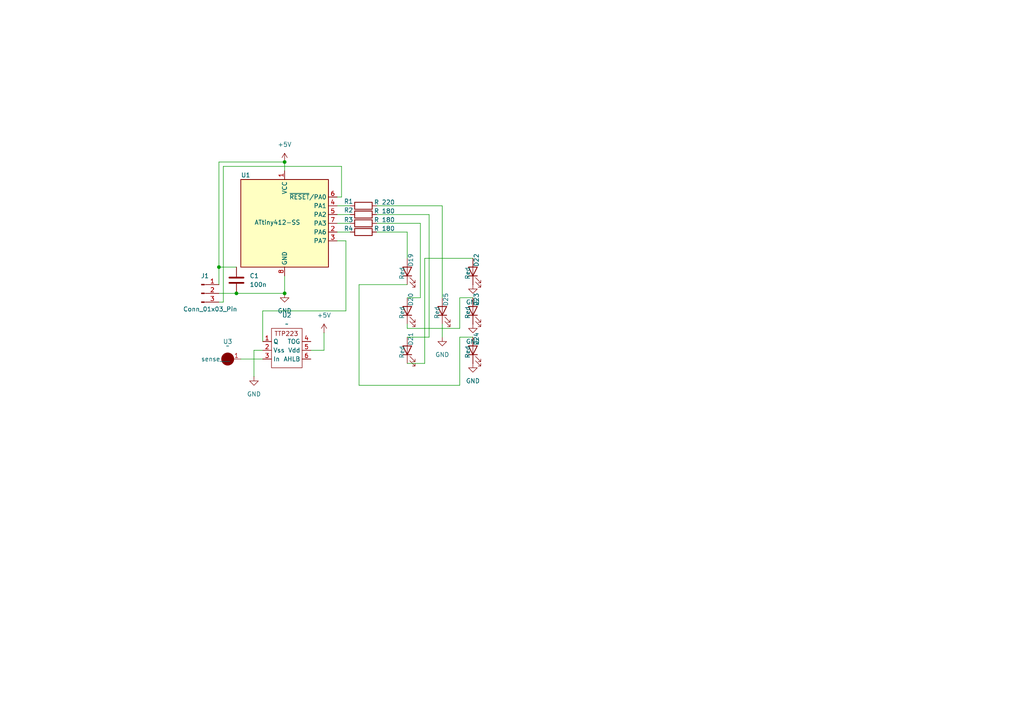
<source format=kicad_sch>
(kicad_sch (version 20231120) (generator "eeschema") (generator_version "8.0")
  (paper "A4")
  (lib_symbols
    (symbol "Connector:Conn_01x03_Pin" (pin_names (offset 1.016) hide)
      (property "Reference" "J" (at 0 5.08 0))
      (property "Value" "Conn_01x03_Pin" (at 0 -5.08 0))
      (symbol "Conn_01x03_Pin_1_1"
        (polyline (pts (xy 1.27 -2.54) (xy 0.8636 -2.54)) (stroke (width 0.1524)))
        (polyline (pts (xy 1.27 0) (xy 0.8636 0)) (stroke (width 0.1524)))
        (polyline (pts (xy 1.27 2.54) (xy 0.8636 2.54)) (stroke (width 0.1524)))
        (rectangle (start 0.8636 -2.413) (end 0 -2.667) (stroke (width 0.1524)) (fill (type outline)))
        (rectangle (start 0.8636 0.127) (end 0 -0.127) (stroke (width 0.1524)) (fill (type outline)))
        (rectangle (start 0.8636 2.667) (end 0 2.413) (stroke (width 0.1524)) (fill (type outline)))
        (pin passive line (at 5.08 2.54 180) (length 3.81) (name "Pin_1") (number "1"))
        (pin passive line (at 5.08 0 180) (length 3.81) (name "Pin_2") (number "2"))
        (pin passive line (at 5.08 -2.54 180) (length 3.81) (name "Pin_3") (number "3"))
      )
    )
    (symbol "Device:C" (pin_numbers hide) (pin_names (offset 0.254))
      (property "Reference" "C" (at 0.635 2.54 0))
      (property "Value" "C" (at 0.635 -2.54 0))
      (symbol "C_0_1"
        (polyline (pts (xy -2.032 -0.762) (xy 2.032 -0.762)) (stroke (width 0.508)))
        (polyline (pts (xy -2.032 0.762) (xy 2.032 0.762)) (stroke (width 0.508)))
      )
      (symbol "C_1_1"
        (pin passive line (at 0 3.81 270) (length 2.794) (name "~") (number "1"))
        (pin passive line (at 0 -3.81 90) (length 2.794) (name "~") (number "2"))
      )
    )
    (symbol "Device:LED" (pin_numbers hide) (pin_names (offset 1.016) hide)
      (property "Reference" "D" (at 0 2.54 0))
      (property "Value" "LED" (at 0 -2.54 0))
      (symbol "LED_0_1"
        (polyline (pts (xy -1.27 -1.27) (xy -1.27 1.27)) (stroke (width 0.254)))
        (polyline (pts (xy -1.27 0) (xy 1.27 0)))
        (polyline (pts (xy 1.27 -1.27) (xy 1.27 1.27) (xy -1.27 0) (xy 1.27 -1.27)) (stroke (width 0.254)))
        (polyline (pts (xy -3.048 -0.762) (xy -4.572 -2.286) (xy -3.81 -2.286) (xy -4.572 -2.286) (xy -4.572 -1.524)))
        (polyline (pts (xy -1.778 -0.762) (xy -3.302 -2.286) (xy -2.54 -2.286) (xy -3.302 -2.286) (xy -3.302 -1.524)))
      )
      (symbol "LED_1_1"
        (pin passive line (at -3.81 0 0) (length 2.54) (name "K") (number "1"))
        (pin passive line (at 3.81 0 180) (length 2.54) (name "A") (number "2"))
      )
    )
    (symbol "Device:R" (pin_numbers hide) (pin_names (offset 0))
      (property "Reference" "R" (at 2.032 0 90))
      (property "Value" "R" (at 0 0 90))
      (symbol "R_0_1"
        (rectangle (start -1.016 -2.54) (end 1.016 2.54) (stroke (width 0.254)))
      )
      (symbol "R_1_1"
        (pin passive line (at 0 3.81 270) (length 1.27) (name "~") (number "1"))
        (pin passive line (at 0 -3.81 90) (length 1.27) (name "~") (number "2"))
      )
    )
    (symbol "MCU_Microchip_ATtiny:ATtiny412-SS"
      (property "Reference" "U" (at -12.7 13.97 0))
      (property "Value" "ATtiny412-SS" (at 2.54 -13.97 0))
      (symbol "ATtiny412-SS_0_1"
        (rectangle (start -12.7 -12.7) (end 12.7 12.7) (stroke (width 0.254)) (fill (type background)))
      )
      (symbol "ATtiny412-SS_1_1"
        (pin power_in line (at 0 15.24 270) (length 2.54) (name "VCC") (number "1"))
        (pin bidirectional line (at 15.24 -2.54 180) (length 2.54) (name "PA6") (number "2"))
        (pin bidirectional line (at 15.24 -5.08 180) (length 2.54) (name "PA7") (number "3"))
        (pin bidirectional line (at 15.24 5.08 180) (length 2.54) (name "PA1") (number "4"))
        (pin bidirectional line (at 15.24 2.54 180) (length 2.54) (name "PA2") (number "5"))
        (pin bidirectional line (at 15.24 7.62 180) (length 2.54) (name "~{RESET}/PA0") (number "6"))
        (pin bidirectional line (at 15.24 0 180) (length 2.54) (name "PA3") (number "7"))
        (pin power_in line (at 0 -15.24 90) (length 2.54) (name "GND") (number "8"))
      )
    )
    (symbol "Own_Library:TP226-PAD"
      (property "Reference" "U" (at 0 0 0))
      (symbol "TP226-PAD_1_1"
        (circle (center 0 -2.54) (radius 1.7961) (fill (type outline)))
        (pin input line (at 3.81 -2.54 180) (length 2.54) (name "sense___") (number "1"))
      )
    )
    (symbol "Own_Library:TTP223"
      (property "Reference" "U" (at 0 1.016 0))
      (symbol "TTP223_0_1"
        (rectangle (start -2.54 0) (end 6.35 -11.43))
      )
      (symbol "TTP223_1_1"
        (text "TTP223" (at 1.778 -1.524 0) (effects (font (size 1.27 1.27))))
        (pin output line (at -5.08 -3.81 0) (length 2.54) (name "Q") (number "1"))
        (pin power_in line (at -5.08 -6.35 0) (length 2.54) (name "Vss") (number "2"))
        (pin input line (at -5.08 -8.89 0) (length 2.54) (name "In") (number "3"))
        (pin input line (at 8.89 -3.81 180) (length 2.54) (name "TOG") (number "4"))
        (pin power_in line (at 8.89 -6.35 180) (length 2.54) (name "Vdd") (number "5"))
        (pin input line (at 8.89 -8.89 180) (length 2.54) (name "AHLB") (number "6"))
      )
    )
    (symbol "power:+5V" (power) (pin_numbers hide) (pin_names (offset 0) hide)
      (property "Value" "+5V" (at 0 3.556 0))
      (symbol "+5V_0_1"
        (polyline (pts (xy -0.762 1.27) (xy 0 2.54)))
        (polyline (pts (xy 0 0) (xy 0 2.54)))
        (polyline (pts (xy 0 2.54) (xy 0.762 1.27)))
      )
      (symbol "+5V_1_1"
        (pin power_in line (at 0 0 90) (length 0) (name "~") (number "1"))
      )
    )
    (symbol "power:GND" (power) (pin_numbers hide) (pin_names (offset 0) hide)
      (property "Value" "GND" (at 0 -3.81 0))
      (symbol "GND_0_1"
        (polyline (pts (xy 0 0) (xy 0 -1.27) (xy 1.27 -1.27) (xy 0 -2.54) (xy -1.27 -1.27) (xy 0 -1.27)))
      )
      (symbol "GND_1_1"
        (pin power_in line (at 0 0 270) (length 0) (name "~") (number "1"))
      )
    )
  )
  (junction (at 63.5 77.47))
  (junction (at 82.55 85.09))
  (junction (at 68.58 85.09))
  (junction (at 82.55 46.99))
  (wire (pts (xy 133.35 95.25) (xy 133.35 86.36)))
  (wire (pts (xy 118.11 86.36) (xy 121.92 86.36)))
  (wire (pts (xy 133.35 86.36) (xy 137.16 86.36)))
  (wire (pts (xy 63.5 82.55) (xy 63.5 77.47)))
  (wire (pts (xy 64.77 48.26) (xy 64.77 87.63)))
  (wire (pts (xy 128.27 93.98) (xy 128.27 97.79)))
  (wire (pts (xy 73.66 101.6) (xy 76.2 101.6)))
  (wire (pts (xy 118.11 95.25) (xy 133.35 95.25)))
  (wire (pts (xy 63.5 46.99) (xy 82.55 46.99)))
  (wire (pts (xy 121.92 86.36) (xy 121.92 64.77)))
  (wire (pts (xy 97.79 64.77) (xy 101.6 64.77)))
  (wire (pts (xy 73.66 109.22) (xy 73.66 101.6)))
  (wire (pts (xy 104.14 111.76) (xy 133.35 111.76)))
  (wire (pts (xy 124.46 97.79) (xy 124.46 62.23)))
  (wire (pts (xy 109.22 67.31) (xy 118.11 67.31)))
  (wire (pts (xy 109.22 62.23) (xy 124.46 62.23)))
  (wire (pts (xy 82.55 85.09) (xy 82.55 80.01)))
  (wire (pts (xy 118.11 97.79) (xy 124.46 97.79)))
  (wire (pts (xy 64.77 48.26) (xy 99.06 48.26)))
  (wire (pts (xy 69.85 104.14) (xy 76.2 104.14)))
  (wire (pts (xy 82.55 46.99) (xy 82.55 49.53)))
  (wire (pts (xy 118.11 93.98) (xy 118.11 95.25)))
  (wire (pts (xy 64.77 87.63) (xy 63.5 87.63)))
  (wire (pts (xy 76.2 90.17) (xy 100.33 90.17)))
  (wire (pts (xy 109.22 64.77) (xy 121.92 64.77)))
  (wire (pts (xy 123.19 74.93) (xy 137.16 74.93)))
  (wire (pts (xy 100.33 90.17) (xy 100.33 69.85)))
  (wire (pts (xy 68.58 85.09) (xy 82.55 85.09)))
  (wire (pts (xy 63.5 85.09) (xy 68.58 85.09)))
  (wire (pts (xy 104.14 82.55) (xy 104.14 111.76)))
  (wire (pts (xy 63.5 77.47) (xy 68.58 77.47)))
  (wire (pts (xy 97.79 59.69) (xy 101.6 59.69)))
  (wire (pts (xy 100.33 69.85) (xy 97.79 69.85)))
  (wire (pts (xy 99.06 57.15) (xy 99.06 48.26)))
  (wire (pts (xy 118.11 105.41) (xy 123.19 105.41)))
  (wire (pts (xy 97.79 67.31) (xy 101.6 67.31)))
  (wire (pts (xy 93.98 101.6) (xy 93.98 96.52)))
  (wire (pts (xy 97.79 57.15) (xy 99.06 57.15)))
  (wire (pts (xy 133.35 97.79) (xy 137.16 97.79)))
  (wire (pts (xy 90.17 101.6) (xy 93.98 101.6)))
  (wire (pts (xy 118.11 82.55) (xy 104.14 82.55)))
  (wire (pts (xy 63.5 77.47) (xy 63.5 46.99)))
  (wire (pts (xy 118.11 74.93) (xy 118.11 67.31)))
  (wire (pts (xy 133.35 111.76) (xy 133.35 97.79)))
  (wire (pts (xy 123.19 105.41) (xy 123.19 74.93)))
  (wire (pts (xy 76.2 99.06) (xy 76.2 90.17)))
  (wire (pts (xy 97.79 62.23) (xy 101.6 62.23)))
  (wire (pts (xy 109.22 59.69) (xy 128.27 59.69)))
  (wire (pts (xy 128.27 59.69) (xy 128.27 86.36)))
  (symbol (lib_id "power:GND") (at 73.66 109.22 0) (unit 1)
    (property "Reference" "#PWR07" (effects (hide yes)))
    (property "Value" "GND" (at 73.66 114.3 0))
    (property "Description" "Power symbol creates a global label with name \"GND\" , ground" (effects (hide yes)))
  )
  (symbol (lib_id "Own_Library:TTP223") (at 81.28 95.25 0) (unit 1)
    (property "Reference" "U2" (at 83.185 91.44 0))
    (property "Value" "~" (at 83.185 93.98 0))
    (property "Footprint" "Package_TO_SOT_SMD:SOT-23-6" (effects (hide yes)))
  )
  (symbol (lib_id "Device:R") (at 105.41 67.31 90) (unit 1)
    (property "Reference" "R4" (at 101.092 66.294 90))
    (property "Value" "R 180" (at 111.506 66.294 90))
    (property "Footprint" "Resistor_SMD:R_1206_3216Metric_Pad1.30x1.75mm_HandSolder" (effects (hide yes)))
    (property "Description" "Resistor" (effects (hide yes)))
  )
  (symbol (lib_id "power:GND") (at 128.27 97.79 0) (unit 1)
    (property "Reference" "#PWR03" (effects (hide yes)))
    (property "Value" "GND" (at 128.27 102.87 0))
    (property "Description" "Power symbol creates a global label with name \"GND\" , ground" (effects (hide yes)))
  )
  (symbol (lib_id "Device:R") (at 105.41 64.77 90) (unit 1)
    (property "Reference" "R3" (at 101.092 63.754 90))
    (property "Value" "R 180" (at 111.506 63.754 90))
    (property "Footprint" "Resistor_SMD:R_1206_3216Metric_Pad1.30x1.75mm_HandSolder" (effects (hide yes)))
    (property "Description" "Resistor" (effects (hide yes)))
  )
  (symbol (lib_id "power:+5V") (at 82.55 46.99 0) (unit 1)
    (property "Reference" "#PWR01" (effects (hide yes)))
    (property "Value" "+5V" (at 82.55 41.91 0))
    (property "Description" "Power symbol creates a global label with name \"+5V\"" (effects (hide yes)))
  )
  (symbol (lib_id "Connector:Conn_01x03_Pin") (at 58.42 85.09 0) (unit 1)
    (property "Reference" "J1" (at 59.436 80.01 0))
    (property "Value" "Conn_01x03_Pin" (at 60.96 89.662 0))
    (property "Footprint" "ownFootprints:PinHeader_1x03_P2.54mm_Vertical" (effects (hide yes)))
    (property "Description" "Generic connector, single row, 01x03, script generated" (effects (hide yes)))
  )
  (symbol (lib_id "MCU_Microchip_ATtiny:ATtiny412-SS") (at 82.55 64.77 0) (unit 1)
    (property "Reference" "U1" (at 72.644 50.8 0) (effects (justify right)))
    (property "Value" "ATtiny412-SS" (at 87.122 64.516 0) (effects (justify right)))
    (property "Footprint" "Package_SO:SOIC-8_3.9x4.9mm_P1.27mm" (effects (hide yes)))
    (property "Datasheet" "http://ww1.microchip.com/downloads/en/DeviceDoc/40001911A.pdf" (effects (hide yes)))
    (property "Description" "20MHz, 4kB Flash, 256B SRAM, 128B EEPROM, SOIC-8" (effects (hide yes)))
  )
  (symbol (lib_id "power:GND") (at 137.16 82.55 0) (unit 1)
    (property "Reference" "#PWR06" (effects (hide yes)))
    (property "Value" "GND" (at 137.16 87.63 0))
    (property "Description" "Power symbol creates a global label with name \"GND\" , ground" (effects (hide yes)))
  )
  (symbol (lib_id "Device:C") (at 68.58 81.28 0) (unit 1)
    (property "Reference" "C1" (at 72.39 80.0099 0) (effects (justify left)))
    (property "Value" "100n" (at 72.39 82.5499 0) (effects (justify left)))
    (property "Footprint" "Capacitor_SMD:C_1210_3225Metric_Pad1.33x2.70mm_HandSolder" (effects (hide yes)))
    (property "Description" "Unpolarized capacitor" (effects (hide yes)))
  )
  (symbol (lib_id "Device:LED") (at 118.11 90.17 90) (unit 1)
    (property "Reference" "D20" (at 119.126 86.868 0))
    (property "Value" "Red" (at 116.586 90.678 0))
    (property "Footprint" "ownFootprints:LED_D5.0mm" (effects (hide yes)))
    (property "Description" "Light emitting diode" (effects (hide yes)))
  )
  (symbol (lib_id "Device:LED") (at 137.16 90.17 90) (unit 1)
    (property "Reference" "D23" (at 138.176 86.868 0))
    (property "Value" "Red" (at 135.636 90.678 0))
    (property "Footprint" "ownFootprints:LED_D5.0mm" (effects (hide yes)))
    (property "Description" "Light emitting diode" (effects (hide yes)))
  )
  (symbol (lib_id "power:GND") (at 137.16 93.98 0) (unit 1)
    (property "Reference" "#PWR05" (effects (hide yes)))
    (property "Value" "GND" (at 137.16 99.06 0))
    (property "Description" "Power symbol creates a global label with name \"GND\" , ground" (effects (hide yes)))
  )
  (symbol (lib_id "power:GND") (at 137.16 105.41 0) (unit 1)
    (property "Reference" "#PWR04" (effects (hide yes)))
    (property "Value" "GND" (at 137.16 110.49 0))
    (property "Description" "Power symbol creates a global label with name \"GND\" , ground" (effects (hide yes)))
  )
  (symbol (lib_id "Device:LED") (at 118.11 78.74 90) (unit 1)
    (property "Reference" "D19" (at 119.126 75.438 0))
    (property "Value" "Red" (at 116.586 79.248 0))
    (property "Footprint" "ownFootprints:LED_D5.0mm" (effects (hide yes)))
    (property "Description" "Light emitting diode" (effects (hide yes)))
  )
  (symbol (lib_id "Device:LED") (at 137.16 78.74 90) (unit 1)
    (property "Reference" "D22" (at 138.176 75.438 0))
    (property "Value" "Red" (at 135.636 79.248 0))
    (property "Footprint" "ownFootprints:LED_D5.0mm" (effects (hide yes)))
    (property "Description" "Light emitting diode" (effects (hide yes)))
  )
  (symbol (lib_id "Device:R") (at 105.41 62.23 90) (unit 1)
    (property "Reference" "R2" (at 101.092 60.96 90))
    (property "Value" "R 180" (at 111.506 61.214 90))
    (property "Footprint" "Resistor_SMD:R_1206_3216Metric_Pad1.30x1.75mm_HandSolder" (effects (hide yes)))
    (property "Description" "Resistor" (effects (hide yes)))
  )
  (symbol (lib_id "Own_Library:TP226-PAD") (at 66.04 101.6 0) (unit 1)
    (property "Reference" "U3" (at 66.04 99.06 0))
    (property "Value" "~" (at 66.04 100.33 0))
    (property "Footprint" "ownFootprints:TTP226-PAD" (effects (hide yes)))
  )
  (symbol (lib_id "Device:LED") (at 137.16 101.6 90) (unit 1)
    (property "Reference" "D24" (at 138.176 98.298 0))
    (property "Value" "Red" (at 135.636 102.108 0))
    (property "Footprint" "ownFootprints:LED_D5.0mm" (effects (hide yes)))
    (property "Description" "Light emitting diode" (effects (hide yes)))
  )
  (symbol (lib_id "Device:LED") (at 118.11 101.6 90) (unit 1)
    (property "Reference" "D21" (at 119.126 98.298 0))
    (property "Value" "Red" (at 116.586 102.108 0))
    (property "Footprint" "ownFootprints:LED_D5.0mm" (effects (hide yes)))
    (property "Description" "Light emitting diode" (effects (hide yes)))
  )
  (symbol (lib_id "power:GND") (at 82.55 85.09 0) (unit 1)
    (property "Reference" "#PWR02" (effects (hide yes)))
    (property "Value" "GND" (at 82.55 90.17 0))
    (property "Description" "Power symbol creates a global label with name \"GND\" , ground" (effects (hide yes)))
  )
  (symbol (lib_id "Device:R") (at 105.41 59.69 90) (unit 1)
    (property "Reference" "R1" (at 101.092 58.42 90))
    (property "Value" "R 220" (at 111.506 58.674 90))
    (property "Footprint" "Resistor_SMD:R_1206_3216Metric_Pad1.30x1.75mm_HandSolder" (effects (hide yes)))
    (property "Description" "Resistor" (effects (hide yes)))
  )
  (symbol (lib_id "Device:LED") (at 128.27 90.17 90) (unit 1)
    (property "Reference" "D25" (at 129.286 86.868 0))
    (property "Value" "Red" (at 126.746 90.678 0))
    (property "Footprint" "ownFootprints:LED_D5.0mm" (effects (hide yes)))
    (property "Description" "Light emitting diode" (effects (hide yes)))
  )
  (symbol (lib_id "power:+5V") (at 93.98 96.52 0) (unit 1)
    (property "Reference" "#PWR08" (effects (hide yes)))
    (property "Value" "+5V" (at 93.98 91.44 0))
    (property "Description" "Power symbol creates a global label with name \"+5V\"" (effects (hide yes)))
  )
)
</source>
